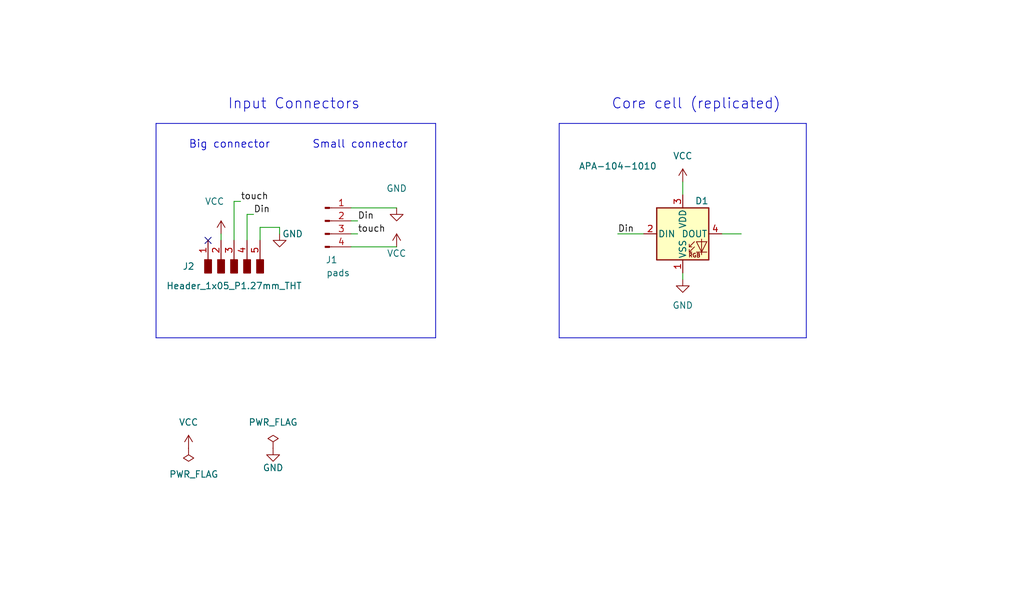
<source format=kicad_sch>
(kicad_sch (version 20230121) (generator eeschema)
  (paper "User" 200 119.99)
  (title_block (title "FiberCircuits - LED fiber") (date "2023-07-21") (rev "V1.0"))
  (lib_symbols
    (symbol "CBA lib:Conn_PinHeader_1x05_P2.54mm_Horizontal_SMD" (pin_names hide)
      (property "Reference" "J" (at 0 7.62 0))
      (property "Value" "Conn_PinHeader_1x05_P2.54mm_Horizontal_SMD" (at 0 -7.62 0))
      (symbol "Conn_PinHeader_1x05_P2.54mm_Horizontal_SMD_1_1"
        (rectangle (start -1.27 -4.445) (end 1.27 -5.715) (stroke (width 0.254)) (fill (type outline)))
        (rectangle (start -1.27 -1.905) (end 1.27 -3.175) (stroke (width 0.254)) (fill (type outline)))
        (rectangle (start -1.27 0.635) (end 1.27 -0.635) (stroke (width 0.254)) (fill (type outline)))
        (rectangle (start -1.27 3.175) (end 1.27 1.905) (stroke (width 0.254)) (fill (type outline)))
        (rectangle (start -1.27 5.715) (end 1.27 4.445) (stroke (width 0.254)) (fill (type outline)))
        (pin passive line (at 5.08 5.08 180) (length 3.81) (name "Pin_1") (number "1"))
        (pin passive line (at 5.08 2.54 180) (length 3.81) (name "Pin_2") (number "2"))
        (pin passive line (at 5.08 0 180) (length 3.81) (name "Pin_3") (number "3"))
        (pin passive line (at 5.08 -2.54 180) (length 3.81) (name "Pin_4") (number "4"))
        (pin passive line (at 5.08 -5.08 180) (length 3.81) (name "Pin_5") (number "5"))
      )
    )
    (symbol "Connector:Conn_01x04_Male" (pin_names (offset 1.016) hide)
      (property "Reference" "J" (at 0 5.08 0))
      (property "Value" "Conn_01x04_Male" (at 0 -7.62 0))
      (symbol "Conn_01x04_Male_1_1"
        (polyline (pts (xy 1.27 -5.08) (xy 0.8636 -5.08)) (stroke (width 0.1524)))
        (polyline (pts (xy 1.27 -2.54) (xy 0.8636 -2.54)) (stroke (width 0.1524)))
        (polyline (pts (xy 1.27 0) (xy 0.8636 0)) (stroke (width 0.1524)))
        (polyline (pts (xy 1.27 2.54) (xy 0.8636 2.54)) (stroke (width 0.1524)))
        (rectangle (start 0.8636 -4.953) (end 0 -5.207) (stroke (width 0.1524)) (fill (type outline)))
        (rectangle (start 0.8636 -2.413) (end 0 -2.667) (stroke (width 0.1524)) (fill (type outline)))
        (rectangle (start 0.8636 0.127) (end 0 -0.127) (stroke (width 0.1524)) (fill (type outline)))
        (rectangle (start 0.8636 2.667) (end 0 2.413) (stroke (width 0.1524)) (fill (type outline)))
        (pin passive line (at 5.08 2.54 180) (length 3.81) (name "Pin_1") (number "1"))
        (pin passive line (at 5.08 0 180) (length 3.81) (name "Pin_2") (number "2"))
        (pin passive line (at 5.08 -2.54 180) (length 3.81) (name "Pin_3") (number "3"))
        (pin passive line (at 5.08 -5.08 180) (length 3.81) (name "Pin_4") (number "4"))
      )
    )
    (symbol "LED:APA-104-1010" (pin_names (offset 0.254))
      (property "Reference" "D" (at 5.08 5.715 0))
      (property "Value" "APA-104-1010" (at 1.27 -5.715 0))
      (symbol "APA-104-1010_0_0"
        (text "RGB" (at 2.286 -4.191 0) (effects (font (size 0.762 0.762))))
      )
      (symbol "APA-104-1010_0_1"
        (polyline (pts (xy 1.27 -3.556) (xy 1.778 -3.556)))
        (polyline (pts (xy 1.27 -2.54) (xy 1.778 -2.54)))
        (polyline (pts (xy 4.699 -3.556) (xy 2.667 -3.556)))
        (polyline (pts (xy 2.286 -2.54) (xy 1.27 -3.556) (xy 1.27 -3.048)))
        (polyline (pts (xy 2.286 -1.524) (xy 1.27 -2.54) (xy 1.27 -2.032)))
        (polyline (pts (xy 3.683 -1.016) (xy 3.683 -3.556) (xy 3.683 -4.064)))
        (polyline (pts (xy 4.699 -1.524) (xy 2.667 -1.524) (xy 3.683 -3.556) (xy 4.699 -1.524)))
        (rectangle (start 5.08 5.08) (end -5.08 -5.08) (stroke (width 0.254)) (fill (type background)))
      )
      (symbol "APA-104-1010_1_1"
        (pin power_in line (at 0 -7.62 90) (length 2.54) (name "VSS") (number "1"))
        (pin input line (at -7.62 0 0) (length 2.54) (name "DIN") (number "2"))
        (pin power_in line (at 0 7.62 270) (length 2.54) (name "VDD") (number "3"))
        (pin output line (at 7.62 0 180) (length 2.54) (name "DOUT") (number "4"))
      )
    )
    (symbol "power:GND" (power) (pin_names (offset 0))
      (property "Value" "GND" (at 0 -3.81 0))
      (symbol "GND_0_1"
        (polyline (pts (xy 0 0) (xy 0 -1.27) (xy 1.27 -1.27) (xy 0 -2.54) (xy -1.27 -1.27) (xy 0 -1.27)))
      )
      (symbol "GND_1_1"
        (pin power_in line (at 0 0 270) (length 0) hide (name "GND") (number "1"))
      )
    )
    (symbol "power:PWR_FLAG" (power) (pin_numbers hide) (pin_names (offset 0) hide)
      (property "Value" "PWR_FLAG" (at 0 3.81 0))
      (symbol "PWR_FLAG_0_0"
        (pin power_out line (at 0 0 90) (length 0) (name "pwr") (number "1"))
      )
      (symbol "PWR_FLAG_0_1"
        (polyline (pts (xy 0 0) (xy 0 1.27) (xy -1.016 1.905) (xy 0 2.54) (xy 1.016 1.905) (xy 0 1.27)))
      )
    )
    (symbol "power:VCC" (power) (pin_names (offset 0))
      (property "Value" "VCC" (at 0 3.81 0))
      (symbol "VCC_0_1"
        (polyline (pts (xy -0.762 1.27) (xy 0 2.54)))
        (polyline (pts (xy 0 0) (xy 0 2.54)))
        (polyline (pts (xy 0 2.54) (xy 0.762 1.27)))
      )
      (symbol "VCC_1_1"
        (pin power_in line (at 0 0 90) (length 0) hide (name "VCC") (number "1"))
      )
    )
  )
  (no_connect (at 40.64 46.99))
  (wire (pts (xy 68.58 45.72) (xy 69.85 45.72)))
  (wire (pts (xy 54.61 44.45) (xy 54.61 45.72)))
  (wire (pts (xy 50.8 44.45) (xy 54.61 44.45)))
  (wire (pts (xy 133.35 35.56) (xy 133.35 38.1)))
  (polyline (pts (xy 109.22 66.04) (xy 157.48 66.04)))
  (wire (pts (xy 43.18 45.72) (xy 43.18 46.99)))
  (wire (pts (xy 133.35 53.34) (xy 133.35 54.61)))
  (wire (pts (xy 45.72 39.37) (xy 45.72 46.99)))
  (polyline (pts (xy 30.48 66.04) (xy 85.09 66.04)))
  (polyline (pts (xy 30.48 24.13) (xy 85.09 24.13)))
  (wire (pts (xy 48.26 41.91) (xy 48.26 46.99)))
  (wire (pts (xy 120.65 45.72) (xy 125.73 45.72)))
  (wire (pts (xy 68.58 43.18) (xy 69.85 43.18)))
  (polyline (pts (xy 30.48 24.13) (xy 30.48 66.04)))
  (wire (pts (xy 68.58 40.64) (xy 77.47 40.64)))
  (polyline (pts (xy 109.22 24.13) (xy 157.48 24.13)))
  (wire (pts (xy 50.8 44.45) (xy 50.8 46.99)))
  (wire (pts (xy 77.47 48.26) (xy 68.58 48.26)))
  (polyline (pts (xy 109.22 24.13) (xy 109.22 66.04)))
  (wire (pts (xy 140.97 45.72) (xy 144.78 45.72)))
  (polyline (pts (xy 157.48 66.04) (xy 157.48 24.13)))
  (wire (pts (xy 46.99 39.37) (xy 45.72 39.37)))
  (polyline (pts (xy 85.09 66.04) (xy 85.09 24.13)))
  (wire (pts (xy 49.53 41.91) (xy 48.26 41.91)))
  (text "Input Connectors" (at 44.45 21.59 0) (effects (font (size 2 2)) (justify left bottom)))
  (text "Core cell (replicated)" (at 119.38 21.59 0) (effects (font (size 2 2)) (justify left bottom)))
  (text "Big connector" (at 36.83 29.21 0) (effects (font (size 1.5 1.5)) (justify left bottom)))
  (text "Small connector" (at 60.96 29.21 0) (effects (font (size 1.5 1.5)) (justify left bottom)))
  (label "Din" (at 120.65 45.72 0))
  (label "touch" (at 69.85 45.72 0))
  (label "touch" (at 46.99 39.37 0))
  (label "Din" (at 49.53 41.91 0))
  (label "Din" (at 69.85 43.18 0))
  (symbol (lib_id "CBA lib:Conn_PinHeader_1x05_P2.54mm_Horizontal_SMD") (at 45.72 52.07 90) (unit 1)
    (property "Reference" "J2" (at 36.83 52.07 90))
    (property "Value" "Header_1x05_P1.27mm_THT" (at 45.72 55.88 90))
    (property "Footprint" "fab:PinHeader_1x05_P2.54mm_Horizontal_SMD" (effects hide))
  )
  (symbol (lib_id "Connector:Conn_01x04_Male") (at 63.5 43.18 0) (unit 1) (in_bom no)
    (property "Reference" "J1" (at 64.77 50.8 0))
    (property "Value" "pads" (at 66.04 53.34 0))
    (property "Footprint" "CBA lib:Conn_PinHeader_1.5mm_4pins_SMD" (effects hide))
  )
  (symbol (lib_id "power:GND") (at 77.47 40.64 0) (unit 1)
    (property "Reference" "#PWR0106" (effects hide))
    (property "Value" "GND" (at 77.47 36.83 0))
  )
  (symbol (lib_id "power:GND") (at 53.34 87.63 0) (unit 1)
    (property "Reference" "#PWR0111" (effects hide))
    (property "Value" "GND" (at 53.34 91.44 0))
  )
  (symbol (lib_id "power:VCC") (at 77.47 48.26 0) (unit 1)
    (property "Reference" "#PWR0107" (effects hide))
    (property "Value" "VCC" (at 77.47 49.53 0))
  )
  (symbol (lib_id "power:VCC") (at 36.83 87.63 0) (unit 1)
    (property "Reference" "#PWR0112" (effects hide))
    (property "Value" "VCC" (at 36.83 82.55 0))
  )
  (symbol (lib_id "LED:APA-104-1010") (at 133.35 45.72 0) (unit 1)
    (property "Reference" "D1" (at 138.43 40.005 0) (effects (justify right bottom)))
    (property "Value" "APA-104-1010" (at 113.03 31.75 0) (effects (justify left top)))
    (property "Footprint" "LED_SMD:LED_APA-104-1010_1.0x1.0mm" (effects hide))
    (property "Datasheet" "http://neon-world.com/en/product.php?cid=61" (effects hide))
  )
  (symbol (lib_id "power:GND") (at 54.61 45.72 0) (mirror y) (unit 1)
    (property "Reference" "#PWR02" (effects hide))
    (property "Value" "GND" (at 57.15 45.72 0))
  )
  (symbol (lib_id "power:VCC") (at 133.35 35.56 0) (unit 1)
    (property "Reference" "#PWR01" (effects hide))
    (property "Value" "VCC" (at 133.35 30.48 0))
  )
  (symbol (lib_id "power:PWR_FLAG") (at 36.83 87.63 180) (unit 1)
    (property "Reference" "#FLG0102" (effects hide))
    (property "Value" "PWR_FLAG" (at 33.02 92.71 0) (effects (justify right)))
  )
  (symbol (lib_id "power:GND") (at 133.35 54.61 0) (unit 1)
    (property "Reference" "#PWR0101" (effects hide))
    (property "Value" "GND" (at 133.35 59.69 0))
  )
  (symbol (lib_id "power:VCC") (at 43.18 45.72 0) (unit 1)
    (property "Reference" "#PWR0109" (effects hide))
    (property "Value" "VCC" (at 41.91 39.37 0))
  )
  (symbol (lib_id "power:PWR_FLAG") (at 53.34 87.63 0) (unit 1)
    (property "Reference" "#FLG0101" (effects hide))
    (property "Value" "PWR_FLAG" (at 53.34 82.55 0))
  )
)
</source>
